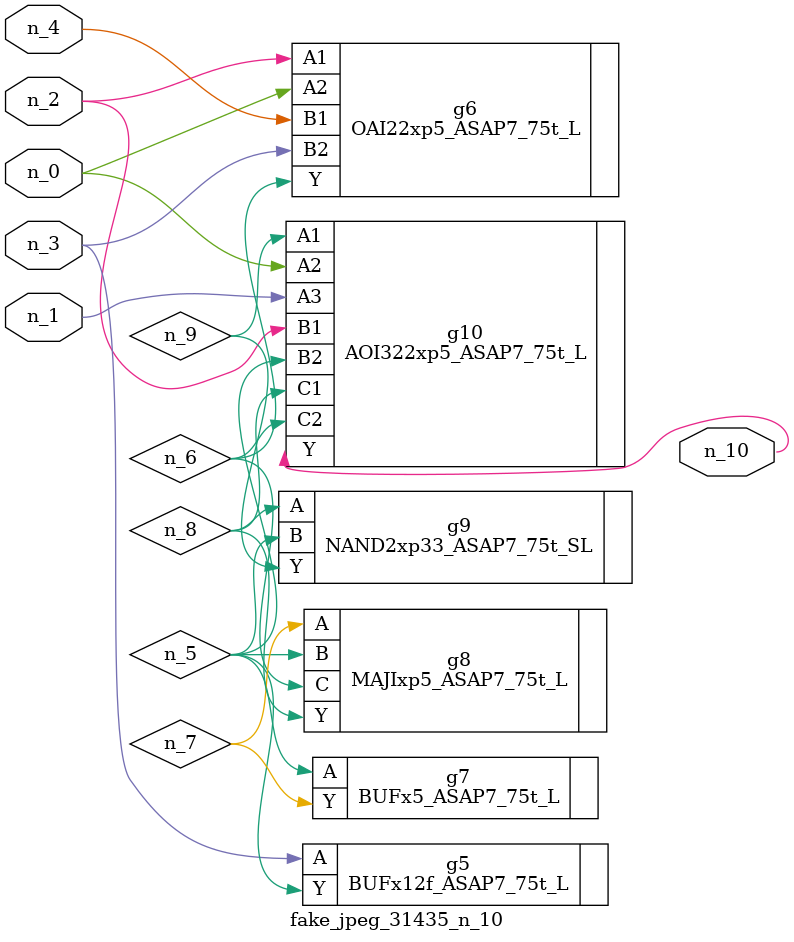
<source format=v>
module fake_jpeg_31435_n_10 (n_3, n_2, n_1, n_0, n_4, n_10);

input n_3;
input n_2;
input n_1;
input n_0;
input n_4;

output n_10;

wire n_8;
wire n_9;
wire n_6;
wire n_5;
wire n_7;

BUFx12f_ASAP7_75t_L g5 ( 
.A(n_3),
.Y(n_5)
);

OAI22xp5_ASAP7_75t_L g6 ( 
.A1(n_2),
.A2(n_0),
.B1(n_4),
.B2(n_3),
.Y(n_6)
);

BUFx5_ASAP7_75t_L g7 ( 
.A(n_5),
.Y(n_7)
);

MAJIxp5_ASAP7_75t_L g8 ( 
.A(n_7),
.B(n_5),
.C(n_6),
.Y(n_8)
);

NAND2xp33_ASAP7_75t_SL g9 ( 
.A(n_8),
.B(n_5),
.Y(n_9)
);

AOI322xp5_ASAP7_75t_L g10 ( 
.A1(n_9),
.A2(n_0),
.A3(n_1),
.B1(n_2),
.B2(n_5),
.C1(n_8),
.C2(n_6),
.Y(n_10)
);


endmodule
</source>
